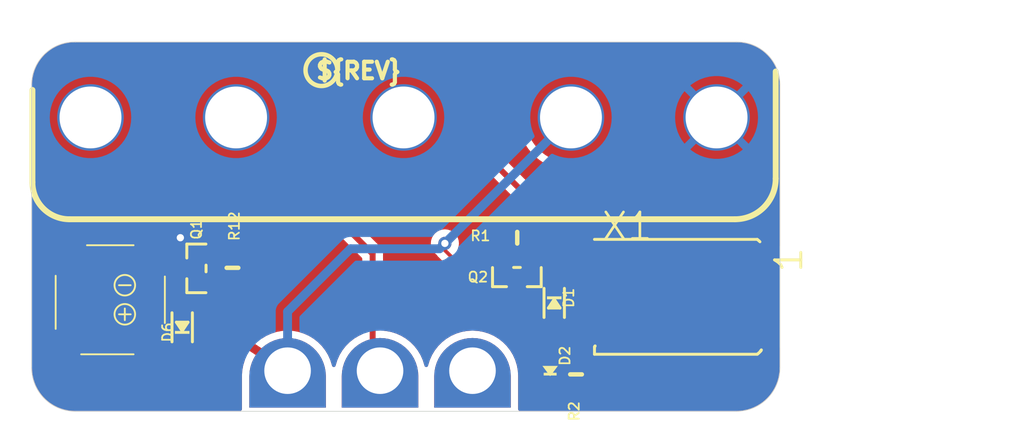
<source format=kicad_pcb>
(kicad_pcb (version 20221018) (generator pcbnew)
  (layers (0 "F.Cu" signal) (31 "B.Cu" signal) (34 "B.Paste" user) (35 "F.Paste" user) (36 "B.SilkS" user "B.Silkscreen") (37 "F.SilkS" user "F.Silkscreen") (38 "B.Mask" user) (39 "F.Mask" user) (44 "Edge.Cuts" user))
  (net 0 "")
  (net 1 "GND")
  (net 2 "3.3V")
  (net 3 "P1")
  (net 4 "P2")
  (net 5 "N$4")
  (net 6 "P0")
  (net 7 "N$1")
  (net 8 "N$2")
  (footprint "working:0603-NO" (layer "F.Cu") (at 156.1545 105.765771 180)
    (fp_text reference "R1" (at 1.778 0.127) (layer "F.SilkS") (effects (font (size 0.692831 0.692831) (thickness 0.119969)) (justify right)))
    (fp_text value "10K")
    (fp_line (start 0 -0.4) (end 0 0.4) (stroke (width 0.3048)) (layer "F.SilkS"))
    (pad "1" smd rect (at -0.85 0 180) (size 1.075 1) (layers "F.Cu" "F.Paste" "F.Mask") (net 4 "P2"))
    (pad "2" smd rect (at 0.85 0 180) (size 1.075 1) (layers "F.Cu" "F.Paste" "F.Mask") (net 1 "GND"))
  )
  (footprint "working:CHIPLED_0805_NOOUTLINE" (layer "F.Cu") (at 158.4151 114.909771 180)
    (fp_text reference "D2" (at -1.016 1.778 90) (layer "F.SilkS") (effects (font (size 0.692831 0.692831) (thickness 0.119969)) (justify right)))
    (fp_text value "red")
    (fp_poly (pts (xy 0.5334 0.3302) (xy -0.5334 0.3302) (xy 0 -0.381)) (fill solid) (layer "F.SilkS"))
    (fp_poly (pts (xy -0.4445 -0.1405) (xy 0.4445 -0.1405) (xy 0.4445 -0.331) (xy -0.4445 -0.331)) (fill solid) (layer "F.SilkS"))
    (pad "A" smd rect (at 0 1.05 180) (size 1.2 1.2) (layers "F.Cu" "F.Paste" "F.Mask") (net 2 "3.3V"))
    (pad "C" smd rect (at 0 -1.05 180) (size 1.2 1.2) (layers "F.Cu" "F.Paste" "F.Mask") (net 8 "N$2"))
  )
  (footprint "working:FIDUCIAL_1MM" (layer "F.Cu") (at 131.4911 94.081771)
    (fp_text reference "FID1" hide)
    (fp_text value "FIDUCIAL_1MM" hide)
    (pad "1" smd roundrect (at 0 0) (size 1 1) (layers "F.Cu" "F.Mask") (roundrect_rratio 0.5))
  )
  (footprint "working:MICROBIT_5SMTNUT" (layer "F.Cu") (at 148.344 104.495771)
    (fp_text reference "MB2" hide)
    (fp_text value "MICROBIT_5PIN" hide)
    (fp_circle (center -21.5 -7) (end -18.8838 -7) (stroke (width 1.016)) (fill none) (layer "F.Cu"))
    (fp_circle (center -11.5 -7) (end -8.8838 -7) (stroke (width 1.016)) (fill none) (layer "F.Cu"))
    (fp_circle (center 0 -7) (end 2.6162 -7) (stroke (width 1.016)) (fill none) (layer "F.Cu"))
    (fp_circle (center 11.5 -7) (end 14.1162 -7) (stroke (width 1.016)) (fill none) (layer "F.Cu"))
    (fp_circle (center 21.5 -7) (end 24.1162 -7) (stroke (width 1.016)) (fill none) (layer "F.Cu"))
    (pad "3V" thru_hole circle (at 11.5 -7) (size 4.572 4.572) (drill 4.25) (layers "*.Cu" "*.Mask") (net 2 "3.3V"))
    (pad "GND" thru_hole circle (at 21.5 -7) (size 4.572 4.572) (drill 4.25) (layers "*.Cu" "*.Mask") (net 1 "GND"))
    (pad "P0" thru_hole circle (at -21.5 -7) (size 4.572 4.572) (drill 4.25) (layers "*.Cu" "*.Mask") (net 6 "P0"))
    (pad "P1" thru_hole circle (at -11.5 -7) (size 4.572 4.572) (drill 4.25) (layers "*.Cu" "*.Mask") (net 3 "P1"))
    (pad "P2" thru_hole circle (at 0 -7) (size 4.572 4.572) (drill 4.25) (layers "*.Cu" "*.Mask") (net 4 "P2"))
  )
  (footprint "working:0603-NO" (layer "F.Cu") (at 136.5965 107.835871 90)
    (fp_text reference "R12" (at 1.778 0.127 90) (layer "F.SilkS") (effects (font (size 0.692831 0.692831) (thickness 0.119969)) (justify left)))
    (fp_text value "10K")
    (fp_line (start 0 -0.4) (end 0 0.4) (stroke (width 0.3048)) (layer "F.SilkS"))
    (pad "1" smd rect (at -0.85 0 90) (size 1.075 1) (layers "F.Cu" "F.Paste" "F.Mask") (net 6 "P0"))
    (pad "2" smd rect (at 0.85 0 90) (size 1.075 1) (layers "F.Cu" "F.Paste" "F.Mask") (net 1 "GND"))
  )
  (footprint "working:PCB_ALLI" (layer "F.Cu") (at 146.7311 114.401771 180)
    (fp_text reference "TP2" hide)
    (fp_text value "SEWTAPPCB_ALLIGATOR" hide)
    (fp_poly (pts (xy 2.6289 -0.886314) (xy 2.609894 -0.572102) (xy 2.552666 -0.259824) (xy 2.458216 0.043278) (xy 2.327919 0.332786) (xy 2.163676 0.604477) (xy 1.967881 0.854391) (xy 1.743391 1.078881) (xy 1.493477 1.274676) (xy 1.221786 1.438919) (xy 0.932278 1.569216) (xy 0.629176 1.663666) (xy 0.316898 1.720894) (xy 0 1.740062) (xy -0.316898 1.720894) (xy -0.629176 1.663666) (xy -0.932278 1.569216) (xy -1.221786 1.438919) (xy -1.493477 1.274676) (xy -1.743391 1.078881) (xy -1.967881 0.854391) (xy -2.163676 0.604477) (xy -2.327919 0.332786) (xy -2.458216 0.043278) (xy -2.552666 -0.259824) (xy -2.609894 -0.572102) (xy -2.6289 -0.886314) (xy -2.6289 -3.0479) (xy 2.6289 -3.0479)) (fill solid) (layer "F.Cu"))
    (fp_poly (pts (xy 2.6289 -0.886314) (xy 2.609894 -0.572102) (xy 2.552666 -0.259824) (xy 2.458216 0.043278) (xy 2.327919 0.332786) (xy 2.163676 0.604477) (xy 1.967881 0.854391) (xy 1.743391 1.078881) (xy 1.493477 1.274676) (xy 1.221786 1.438919) (xy 0.932278 1.569216) (xy 0.629176 1.663666) (xy 0.316898 1.720894) (xy 0 1.740062) (xy -0.316898 1.720894) (xy -0.629176 1.663666) (xy -0.932278 1.569216) (xy -1.221786 1.438919) (xy -1.493477 1.274676) (xy -1.743391 1.078881) (xy -1.967881 0.854391) (xy -2.163676 0.604477) (xy -2.327919 0.332786) (xy -2.458216 0.043278) (xy -2.552666 -0.259824) (xy -2.609894 -0.572102) (xy -2.6289 -0.886314) (xy -2.6289 -3.0479) (xy 2.6289 -3.0479)) (fill solid) (layer "B.Cu"))
    (pad "P$1" thru_hole circle (at 0 -0.508 180) (size 4.216 4.216) (drill 3.2) (layers "*.Cu" "*.Mask") (net 3 "P1"))
  )
  (footprint "working:SOT23-WIDE" (layer "F.Cu") (at 156.1291 108.470871 180)
    (fp_text reference "Q2" (at 1.905 0) (layer "F.SilkS") (effects (font (size 0.692831 0.692831) (thickness 0.119969)) (justify right)))
    (fp_text value "BSS138")
    (fp_line (start -1.6724 -0.6604) (end -0.7136 -0.6604) (stroke (width 0.2032)) (layer "F.SilkS"))
    (fp_line (start -1.6724 0.6524) (end -1.6724 -0.6604) (stroke (width 0.2032)) (layer "F.SilkS"))
    (fp_line (start 0.2224 0.6604) (end -0.2364 0.6604) (stroke (width 0.2032)) (layer "F.SilkS"))
    (fp_line (start 0.7136 -0.6604) (end 1.6724 -0.6604) (stroke (width 0.2032)) (layer "F.SilkS"))
    (fp_line (start 1.6724 -0.6604) (end 1.6724 0.6524) (stroke (width 0.2032)) (layer "F.SilkS"))
    (pad "1" smd rect (at -0.95 1 180) (size 1 1.2) (layers "F.Cu" "F.Paste" "F.Mask") (net 4 "P2"))
    (pad "2" smd rect (at 0.95 1 180) (size 1 1.2) (layers "F.Cu" "F.Paste" "F.Mask") (net 1 "GND"))
    (pad "3" smd rect (at 0 -1 180) (size 1 1.2) (layers "F.Cu" "F.Paste" "F.Mask") (net 7 "N$1"))
  )
  (footprint "working:BONSAI_TOP" (layer "F.Cu") (at 122.6011 117.703771)
    (fp_text reference "U$5" hide)
    (fp_text value "" hide)
  )
  (footprint "working:SOT23-WIDE" (layer "F.Cu") (at 134.12 107.873971 90)
    (fp_text reference "Q1" (at 1.905 0 90) (layer "F.SilkS") (effects (font (size 0.692831 0.692831) (thickness 0.119969)) (justify left)))
    (fp_text value "BSS138")
    (fp_line (start -1.6724 -0.6604) (end -0.7136 -0.6604) (stroke (width 0.2032)) (layer "F.SilkS"))
    (fp_line (start -1.6724 0.6524) (end -1.6724 -0.6604) (stroke (width 0.2032)) (layer "F.SilkS"))
    (fp_line (start 0.2224 0.6604) (end -0.2364 0.6604) (stroke (width 0.2032)) (layer "F.SilkS"))
    (fp_line (start 0.7136 -0.6604) (end 1.6724 -0.6604) (stroke (width 0.2032)) (layer "F.SilkS"))
    (fp_line (start 1.6724 -0.6604) (end 1.6724 0.6524) (stroke (width 0.2032)) (layer "F.SilkS"))
    (pad "1" smd rect (at -0.95 1 90) (size 1 1.2) (layers "F.Cu" "F.Paste" "F.Mask") (net 6 "P0"))
    (pad "2" smd rect (at 0.95 1 90) (size 1 1.2) (layers "F.Cu" "F.Paste" "F.Mask") (net 1 "GND"))
    (pad "3" smd rect (at 0 -1 90) (size 1 1.2) (layers "F.Cu" "F.Paste" "F.Mask") (net 5 "N$4"))
  )
  (footprint "working:0603-NO" (layer "F.Cu") (at 160.1931 115.163771 -90)
    (fp_text reference "R2" (at 1.778 0.127 90) (layer "F.SilkS") (effects (font (size 0.692831 0.692831) (thickness 0.119969)) (justify right)))
    (fp_text value "1K")
    (fp_line (start 0 -0.4) (end 0 0.4) (stroke (width 0.3048)) (layer "F.SilkS"))
    (pad "1" smd rect (at -0.85 0 270) (size 1.075 1) (layers "F.Cu" "F.Paste" "F.Mask") (net 7 "N$1"))
    (pad "2" smd rect (at 0.85 0 270) (size 1.075 1) (layers "F.Cu" "F.Paste" "F.Mask") (net 8 "N$2"))
  )
  (footprint "working:SOD-323" (layer "F.Cu") (at 133.1421 111.925271 90)
    (fp_text reference "D6" (at -1.1 -1 90) (layer "F.SilkS") (effects (font (size 0.692831 0.692831) (thickness 0.119969)) (justify left)))
    (fp_text value "1N4148")
    (fp_line (start -1 -0.7) (end 1 -0.7) (stroke (width 0.2032)) (layer "F.SilkS"))
    (fp_line (start -0.25 0) (end 0.35 -0.4) (stroke (width 0.2032)) (layer "F.SilkS"))
    (fp_line (start 0.35 -0.4) (end 0.35 0.4) (stroke (width 0.2032)) (layer "F.SilkS"))
    (fp_line (start 0.35 0.4) (end -0.25 0) (stroke (width 0.2032)) (layer "F.SilkS"))
    (fp_line (start 1 0.7) (end -1 0.7) (stroke (width 0.2032)) (layer "F.SilkS"))
    (fp_poly (pts (xy 0.3016 0.389841) (xy -0.283162 0) (xy 0.3016 -0.389841)) (fill solid) (layer "F.SilkS"))
    (fp_poly (pts (xy -0.45 0.5) (xy -0.25 0.5) (xy -0.25 -0.5) (xy -0.45 -0.5)) (fill solid) (layer "F.SilkS"))
    (pad "A" smd rect (at 1.27 0 90) (size 1.35 0.8) (layers "F.Cu" "F.Paste" "F.Mask") (net 5 "N$4"))
    (pad "C" smd rect (at -1.27 0 90) (size 1.35 0.8) (layers "F.Cu" "F.Paste" "F.Mask") (net 2 "3.3V"))
  )
  (footprint "working:SOD-323" (layer "F.Cu") (at 158.6945 110.248871 -90)
    (fp_text reference "D1" (at -1.1 -1 90) (layer "F.SilkS") (effects (font (size 0.692831 0.692831) (thickness 0.119969)) (justify right)))
    (fp_text value "1N4148")
    (fp_line (start -1 -0.7) (end 1 -0.7) (stroke (width 0.2032)) (layer "F.SilkS"))
    (fp_line (start -0.25 0) (end 0.35 -0.4) (stroke (width 0.2032)) (layer "F.SilkS"))
    (fp_line (start 0.35 -0.4) (end 0.35 0.4) (stroke (width 0.2032)) (layer "F.SilkS"))
    (fp_line (start 0.35 0.4) (end -0.25 0) (stroke (width 0.2032)) (layer "F.SilkS"))
    (fp_line (start 1 0.7) (end -1 0.7) (stroke (width 0.2032)) (layer "F.SilkS"))
    (fp_poly (pts (xy 0.3016 0.389841) (xy -0.283162 0) (xy 0.3016 -0.389841)) (fill solid) (layer "F.SilkS"))
    (fp_poly (pts (xy -0.45 0.5) (xy -0.25 0.5) (xy -0.25 -0.5) (xy -0.45 -0.5)) (fill solid) (layer "F.SilkS"))
    (pad "A" smd rect (at 1.27 0 270) (size 1.35 0.8) (layers "F.Cu" "F.Paste" "F.Mask") (net 7 "N$1"))
    (pad "C" smd rect (at -1.27 0 270) (size 1.35 0.8) (layers "F.Cu" "F.Paste" "F.Mask") (net 2 "3.3V"))
  )
  (footprint "working:PCB_ALLI" (layer "F.Cu") (at 153.0811 114.401771 180)
    (fp_text reference "TP3" hide)
    (fp_text value "SEWTAPPCB_ALLIGATOR" hide)
    (fp_poly (pts (xy 2.6289 -0.886314) (xy 2.609894 -0.572102) (xy 2.552666 -0.259824) (xy 2.458216 0.043278) (xy 2.327919 0.332786) (xy 2.163676 0.604477) (xy 1.967881 0.854391) (xy 1.743391 1.078881) (xy 1.493477 1.274676) (xy 1.221786 1.438919) (xy 0.932278 1.569216) (xy 0.629176 1.663666) (xy 0.316898 1.720894) (xy 0 1.740062) (xy -0.316898 1.720894) (xy -0.629176 1.663666) (xy -0.932278 1.569216) (xy -1.221786 1.438919) (xy -1.493477 1.274676) (xy -1.743391 1.078881) (xy -1.967881 0.854391) (xy -2.163676 0.604477) (xy -2.327919 0.332786) (xy -2.458216 0.043278) (xy -2.552666 -0.259824) (xy -2.609894 -0.572102) (xy -2.6289 -0.886314) (xy -2.6289 -3.0479) (xy 2.6289 -3.0479)) (fill solid) (layer "F.Cu"))
    (fp_poly (pts (xy 2.6289 -0.886314) (xy 2.609894 -0.572102) (xy 2.552666 -0.259824) (xy 2.458216 0.043278) (xy 2.327919 0.332786) (xy 2.163676 0.604477) (xy 1.967881 0.854391) (xy 1.743391 1.078881) (xy 1.493477 1.274676) (xy 1.221786 1.438919) (xy 0.932278 1.569216) (xy 0.629176 1.663666) (xy 0.316898 1.720894) (xy 0 1.740062) (xy -0.316898 1.720894) (xy -0.629176 1.663666) (xy -0.932278 1.569216) (xy -1.221786 1.438919) (xy -1.493477 1.274676) (xy -1.743391 1.078881) (xy -1.967881 0.854391) (xy -2.163676 0.604477) (xy -2.327919 0.332786) (xy -2.458216 0.043278) (xy -2.552666 -0.259824) (xy -2.609894 -0.572102) (xy -2.6289 -0.886314) (xy -2.6289 -3.0479) (xy 2.6289 -3.0479)) (fill solid) (layer "B.Cu"))
    (pad "P$1" thru_hole circle (at 0 -0.508 180) (size 4.216 4.216) (drill 3.2) (layers "*.Cu" "*.Mask") (net 1 "GND"))
  )
  (footprint "working:BUZZER_SMT_7.5MM" (layer "F.Cu") (at 128.2018 110.032971)
    (fp_text reference "SP1" hide)
    (fp_text value "SPEAKER_7.5MM" hide)
    (fp_line (start -3.75 -1.65) (end -3.75 2) (stroke (width 0.127)) (layer "F.SilkS"))
    (fp_line (start -2 3.75) (end 1.6 3.75) (stroke (width 0.127)) (layer "F.SilkS"))
    (fp_line (start -1.6 -3.75) (end 1.6 -3.75) (stroke (width 0.127)) (layer "F.SilkS"))
    (fp_line (start 0.6 -1) (end 1.4 -1) (stroke (width 0.127)) (layer "F.SilkS"))
    (fp_line (start 0.6 1) (end 1.4 1) (stroke (width 0.127)) (layer "F.SilkS"))
    (fp_line (start 1 0.6) (end 1 1.4) (stroke (width 0.127)) (layer "F.SilkS"))
    (fp_line (start 3.75 1.6) (end 3.75 -1.6) (stroke (width 0.127)) (layer "F.SilkS"))
    (fp_circle (center 1 -1) (end 1.707106 -1) (stroke (width 0.127)) (fill none) (layer "F.SilkS"))
    (fp_circle (center 1 1) (end 1.707106 1) (stroke (width 0.127)) (fill none) (layer "F.SilkS"))
    (pad "+" smd rect (at 2.8 2.8) (size 2 2) (layers "F.Cu" "F.Paste" "F.Mask") (net 2 "3.3V"))
    (pad "-" smd rect (at 2.8 -2.8) (size 2 2) (layers "F.Cu" "F.Paste" "F.Mask") (net 5 "N$4"))
    (pad "MT" smd rect (at -3 3 135) (size 2 1) (layers "F.Cu" "F.Paste" "F.Mask"))
    (pad "MT2" smd rect (at -2.8 -2.8) (size 2 2) (layers "F.Cu" "F.Paste" "F.Mask"))
  )
  (footprint "working:PCBFEAT-REV-056" (layer "F.Cu") (at 142.7054 94.241171)
    (fp_text reference "U$10" hide)
    (fp_text value "" hide)
    (fp_text user "${REV}" (at -0.5055 0.7145) (layer "F.SilkS") (effects (font (size 1.13792 1.13792) (thickness 0.28448)) (justify left bottom)))
    (fp_circle (center 0 0) (end 1.0924 0) (stroke (width 0.3048)) (fill none) (layer "F.SilkS"))
  )
  (footprint "working:P-2060-402_998-404" (layer "F.Cu") (at 166.0351 109.829771)
    (fp_text reference "X1" (at -4.175 -4.85) (layer "F.SilkS") (effects (font (size 1.82 1.82) (thickness 0.18)) (justify left)))
    (fp_text value "2060-402/998-404")
    (fp_text user "1" (at 9.825 -1.55 90) (layer "F.SilkS") (effects (font (size 1.8 1.8) (thickness 0.2)) (justify left bottom)))
    (fp_line (start -4.575 3.5) (end -4.575 3.95) (stroke (width 0.2)) (layer "F.SilkS"))
    (fp_line (start -4.575 3.5) (end -4.5749 3.4926) (stroke (width 0.2)) (layer "F.SilkS"))
    (fp_line (start -4.575 3.95) (end 6.6004 3.95) (stroke (width 0.2)) (layer "F.SilkS"))
    (fp_line (start -4.5749 3.4926) (end -4.5737 3.4776) (stroke (width 0.2)) (layer "F.SilkS"))
    (fp_line (start -4.5737 3.4776) (end -4.5714 3.4624) (stroke (width 0.2)) (layer "F.SilkS"))
    (fp_line (start -4.5714 3.4624) (end -4.5698 3.4548) (stroke (width 0.2)) (layer "F.SilkS"))
    (fp_line (start -4.5698 3.4548) (end -4.5679 3.4472) (stroke (width 0.2)) (layer "F.SilkS"))
    (fp_line (start -4.5679 3.4472) (end -4.5631 3.4321) (stroke (width 0.2)) (layer "F.SilkS"))
    (fp_line (start -4.5631 3.4321) (end -4.557 3.4172) (stroke (width 0.2)) (layer "F.SilkS"))
    (fp_line (start -4.557 3.4172) (end -4.5496 3.4025) (stroke (width 0.2)) (layer "F.SilkS"))
    (fp_line (start -4.5496 3.4025) (end -4.5409 3.3884) (stroke (width 0.2)) (layer "F.SilkS"))
    (fp_line (start -4.5409 3.3884) (end -4.5309 3.3748) (stroke (width 0.2)) (layer "F.SilkS"))
    (fp_line (start 6.6004 -3.95) (end -4.575 -3.95) (stroke (width 0.2)) (layer "F.SilkS"))
    (fp_line (start 6.6004 -3.95) (end 6.6393 -3.9212) (stroke (width 0.2)) (layer "F.SilkS"))
    (fp_line (start 6.6393 -3.9212) (end 6.7154 -3.8571) (stroke (width 0.2)) (layer "F.SilkS"))
    (fp_line (start 6.6393 3.9212) (end 6.6004 3.95) (stroke (width 0.2)) (layer "F.SilkS"))
    (fp_line (start 6.7154 -3.8571) (end 6.7889 -3.7842) (stroke (width 0.2)) (layer "F.SilkS"))
    (fp_line (start 6.7154 3.8571) (end 6.6393 3.9212) (stroke (width 0.2)) (layer "F.SilkS"))
    (fp_line (start 6.7889 3.7842) (end 6.7154 3.8571) (stroke (width 0.2)) (layer "F.SilkS"))
    (fp_line (start 6.8245 3.7447) (end 6.7889 3.7842) (stroke (width 0.2)) (layer "F.SilkS"))
    (fp_line (start 6.8305 3.7377) (end 6.8245 3.7447) (stroke (width 0.2)) (layer "F.SilkS"))
    (fp_line (start 6.8416 3.7236) (end 6.8305 3.7377) (stroke (width 0.2)) (layer "F.SilkS"))
    (fp_line (start 6.8516 3.7094) (end 6.8416 3.7236) (stroke (width 0.2)) (layer "F.SilkS"))
    (fp_line (start 6.8564 3.7022) (end 6.8516 3.7094) (stroke (width 0.2)) (layer "F.SilkS"))
    (fp_line (start 6.861 3.6948) (end 6.8564 3.7022) (stroke (width 0.2)) (layer "F.SilkS"))
    (fp_line (start 6.8699 3.6796) (end 6.861 3.6948) (stroke (width 0.2)) (layer "F.SilkS"))
    (fp_line (start 6.8781 3.6638) (end 6.8699 3.6796) (stroke (width 0.2)) (layer "F.SilkS"))
    (fp_line (start 6.8856 3.6474) (end 6.8781 3.6638) (stroke (width 0.2)) (layer "F.SilkS"))
    (pad "L1.1" smd rect (at 4.625 -2) (size 6 2) (layers "F.Cu" "F.Paste" "F.Mask") (net 2 "3.3V"))
    (pad "L1.2" smd rect (at -4.625 -2) (size 3.5 2) (layers "F.Cu" "F.Paste" "F.Mask") (net 2 "3.3V"))
    (pad "L2.1" smd rect (at 4.625 2) (size 6 2) (layers "F.Cu" "F.Paste" "F.Mask") (net 7 "N$1"))
    (pad "L2.2" smd rect (at -4.625 2) (size 3.5 2) (layers "F.Cu" "F.Paste" "F.Mask") (net 7 "N$1"))
  )
  (footprint "working:PCB_ALLI" (layer "F.Cu") (at 140.3811 114.401771 180)
    (fp_text reference "TP1" hide)
    (fp_text value "SEWTAPPCB_ALLIGATOR" hide)
    (fp_poly (pts (xy 2.6289 -0.886314) (xy 2.609894 -0.572102) (xy 2.552666 -0.259824) (xy 2.458216 0.043278) (xy 2.327919 0.332786) (xy 2.163676 0.604477) (xy 1.967881 0.854391) (xy 1.743391 1.078881) (xy 1.493477 1.274676) (xy 1.221786 1.438919) (xy 0.932278 1.569216) (xy 0.629176 1.663666) (xy 0.316898 1.720894) (xy 0 1.740062) (xy -0.316898 1.720894) (xy -0.629176 1.663666) (xy -0.932278 1.569216) (xy -1.221786 1.438919) (xy -1.493477 1.274676) (xy -1.743391 1.078881) (xy -1.967881 0.854391) (xy -2.163676 0.604477) (xy -2.327919 0.332786) (xy -2.458216 0.043278) (xy -2.552666 -0.259824) (xy -2.609894 -0.572102) (xy -2.6289 -0.886314) (xy -2.6289 -3.0479) (xy 2.6289 -3.0479)) (fill solid) (layer "F.Cu"))
    (fp_poly (pts (xy 2.6289 -0.886314) (xy 2.609894 -0.572102) (xy 2.552666 -0.259824) (xy 2.458216 0.043278) (xy 2.327919 0.332786) (xy 2.163676 0.604477) (xy 1.967881 0.854391) (xy 1.743391 1.078881) (xy 1.493477 1.274676) (xy 1.221786 1.438919) (xy 0.932278 1.569216) (xy 0.629176 1.663666) (xy 0.316898 1.720894) (xy 0 1.740062) (xy -0.316898 1.720894) (xy -0.629176 1.663666) (xy -0.932278 1.569216) (xy -1.221786 1.438919) (xy -1.493477 1.274676) (xy -1.743391 1.078881) (xy -1.967881 0.854391) (xy -2.163676 0.604477) (xy -2.327919 0.332786) (xy -2.458216 0.043278) (xy -2.552666 -0.259824) (xy -2.609894 -0.572102) (xy -2.6289 -0.886314) (xy -2.6289 -3.0479) (xy 2.6289 -3.0479)) (fill solid) (layer "B.Cu"))
    (pad "P$1" thru_hole circle (at 0 -0.508 180) (size 4.216 4.216) (drill 3.2) (layers "*.Cu" "*.Mask") (net 2 "3.3V"))
  )
  (footprint "working:FIDUCIAL_1MM" (layer "F.Cu") (at 165.2731 102.209771)
    (fp_text reference "FID2" hide)
    (fp_text value "FIDUCIAL_1MM" hide)
    (pad "1" smd roundrect (at 0 0) (size 1 1) (layers "F.Cu" "F.Mask") (roundrect_rratio 0.5))
  )
  (footprint "working:BONSAI_BOT" (layer "B.Cu") (at 174.1631 117.703771 180)
    (fp_text reference "U$4" hide)
    (fp_text value "" hide)
  )
  (gr_line (start 125.3951 104.495771) (end 171.1151 104.495771) (stroke (width 0.4064)) (layer "F.SilkS"))
  (gr_arc (start 173.9091 101.701771) (mid 173.090756 103.677427) (end 171.1151 104.495771) (stroke (width 0.4064)) (layer "F.SilkS"))
  (gr_line (start 122.8551 95.605771) (end 122.8551 101.955771) (stroke (width 0.4064)) (layer "F.SilkS"))
  (gr_line (start 173.9091 101.701771) (end 173.9091 94.335771) (stroke (width 0.4064)) (layer "F.SilkS"))
  (gr_arc (start 125.3951 104.495771) (mid 123.599049 103.751822) (end 122.8551 101.955771) (stroke (width 0.4064)) (layer "F.SilkS"))
  (gr_arc (start 122.8011 95.213771) (mid 123.698419 93.137451) (end 125.8011 92.303771) (stroke (width 0.05)) (layer "Edge.Cuts"))
  (gr_arc (start 174.2011 114.703771) (mid 173.32242 116.825091) (end 171.2011 117.703771) (stroke (width 0.05)) (layer "Edge.Cuts"))
  (gr_line (start 171.2011 92.303771) (end 125.8011 92.303771) (stroke (width 0.05)) (layer "Edge.Cuts"))
  (gr_arc (start 171.2011 92.303771) (mid 173.303781 93.137451) (end 174.2011 95.213771) (stroke (width 0.05)) (layer "Edge.Cuts"))
  (gr_arc (start 125.8011 117.703771) (mid 123.67978 116.825091) (end 122.8011 114.703771) (stroke (width 0.05)) (layer "Edge.Cuts"))
  (gr_line (start 174.2011 114.703771) (end 174.2011 95.213771) (stroke (width 0.05)) (layer "Edge.Cuts"))
  (gr_line (start 125.8011 117.703771) (end 171.2011 117.703771) (stroke (width 0.05)) (layer "Edge.Cuts"))
  (gr_line (start 122.8011 95.213771) (end 122.8011 114.703771) (stroke (width 0.05)) (layer "Edge.Cuts"))
  (via (at 133.0151 105.765771) (size 0.9064) (drill 0.5) (layers "F.Cu" "B.Cu") (net 1))
  (segment (start 158.6945 108.978871) (end 159.8436 107.829771) (width 0.6096) (layer "F.Cu") (net 2))
  (segment (start 151.18455 106.629221) (end 151.18455 106.155221) (width 0.254) (layer "F.Cu") (net 2))
  (segment (start 131.0018 112.832971) (end 132.7798 112.832971) (width 0.6096) (layer "F.Cu") (net 2))
  (segment (start 159.8436 107.829771) (end 161.4101 107.829771) (width 0.6096) (layer "F.Cu") (net 2))
  (segment (start 159.844 97.495771) (end 159.844 106.263671) (width 0.6096) (layer "F.Cu") (net 2))
  (segment (start 133.1421 113.195271) (end 137.781696 113.195271) (width 0.6096) (layer "F.Cu") (net 2))
  (segment (start 137.781696 113.195271) (end 140.3811 114.909771) (width 0.6096) (layer "F.Cu") (net 2))
  (segment (start 159.844 106.263671) (end 161.4101 107.829771) (width 0.6096) (layer "F.Cu") (net 2))
  (segment (start 132.7798 112.832971) (end 133.1421 113.195271) (width 0.6096) (layer "F.Cu") (net 2))
  (segment (start 158.4151 113.859771) (end 151.18455 106.629221) (width 0.254) (layer "F.Cu") (net 2))
  (segment (start 170.6601 107.829771) (end 161.4101 107.829771) (width 0.6096) (layer "F.Cu") (net 2))
  (via (at 151.18455 106.155221) (size 0.9064) (drill 0.5) (layers "F.Cu" "B.Cu") (net 2))
  (segment (start 150.812 106.527771) (end 144.6991 106.527771) (width 0.6096) (layer "B.Cu") (net 2))
  (segment (start 159.844 97.495771) (end 151.18455 106.155221) (width 0.6096) (layer "B.Cu") (net 2))
  (segment (start 140.3811 110.845771) (end 140.3811 114.909771) (width 0.6096) (layer "B.Cu") (net 2))
  (segment (start 144.6991 106.527771) (end 140.3811 110.845771) (width 0.6096) (layer "B.Cu") (net 2))
  (segment (start 151.18455 106.155221) (end 150.812 106.527771) (width 0.6096) (layer "B.Cu") (net 2))
  (segment (start 136.844 97.495771) (end 146.2231 106.874871) (width 0.4064) (layer "F.Cu") (net 3))
  (segment (start 146.2231 115.417771) (end 146.7311 114.909771) (width 0.4064) (layer "F.Cu") (net 3))
  (segment (start 146.2231 106.874871) (end 146.2231 115.417771) (width 0.4064) (layer "F.Cu") (net 3))
  (segment (start 157.0791 105.857171) (end 157.0045 105.765771) (width 0.4064) (layer "F.Cu") (net 4))
  (segment (start 157.0791 107.470871) (end 157.0791 105.857171) (width 0.4064) (layer "F.Cu") (net 4))
  (segment (start 151.4151 97.495771) (end 157.0045 103.085171) (width 0.4064) (layer "F.Cu") (net 4))
  (segment (start 148.344 97.495771) (end 151.4151 97.495771) (width 0.4064) (layer "F.Cu") (net 4))
  (segment (start 157.0045 103.085171) (end 157.0045 105.765771) (width 0.4064) (layer "F.Cu") (net 4))
  (segment (start 133.1421 110.655271) (end 133.12 110.633171) (width 0.6096) (layer "F.Cu") (net 5))
  (segment (start 131.6428 107.873971) (end 131.0018 107.232971) (width 0.6096) (layer "F.Cu") (net 5))
  (segment (start 133.12 107.873971) (end 131.6428 107.873971) (width 0.6096) (layer "F.Cu") (net 5))
  (segment (start 133.12 110.633171) (end 133.12 107.873971) (width 0.6096) (layer "F.Cu") (net 5))
  (segment (start 137.5871 104.495771) (end 138.6031 105.511771) (width 0.4064) (layer "F.Cu") (net 6))
  (segment (start 135.12 108.823971) (end 136.4584 108.823971) (width 0.4064) (layer "F.Cu") (net 6))
  (segment (start 126.844 97.495771) (end 133.844 104.495771) (width 0.4064) (layer "F.Cu") (net 6))
  (segment (start 136.4584 108.823971) (end 136.5965 108.685871) (width 0.4064) (layer "F.Cu") (net 6))
  (segment (start 138.6031 108.051771) (end 138.6031 105.511771) (width 0.4064) (layer "F.Cu") (net 6))
  (segment (start 137.969 108.685871) (end 138.6031 108.051771) (width 0.4064) (layer "F.Cu") (net 6))
  (segment (start 136.5965 108.685871) (end 137.969 108.685871) (width 0.4064) (layer "F.Cu") (net 6))
  (segment (start 133.844 104.495771) (end 137.5871 104.495771) (width 0.4064) (layer "F.Cu") (net 6))
  (segment (start 158.6945 111.518871) (end 158.1771 111.518871) (width 0.6096) (layer "F.Cu") (net 7))
  (segment (start 160.4471 111.829771) (end 159.0054 111.829771) (width 0.6096) (layer "F.Cu") (net 7))
  (segment (start 161.4101 111.829771) (end 160.4471 111.829771) (width 0.6096) (layer "F.Cu") (net 7))
  (segment (start 160.1931 114.313771) (end 160.1931 112.083771) (width 0.254) (layer "F.Cu") (net 7))
  (segment (start 159.0054 111.829771) (end 158.6945 111.518871) (width 0.6096) (layer "F.Cu") (net 7))
  (segment (start 158.1771 111.518871) (end 156.1291 109.470871) (width 0.6096) (layer "F.Cu") (net 7))
  (segment (start 160.1931 112.083771) (end 160.4471 111.829771) (width 0.254) (layer "F.Cu") (net 7))
  (segment (start 170.6601 111.829771) (end 161.4101 111.829771) (width 0.6096) (layer "F.Cu") (net 7))
  (segment (start 158.4691 116.013771) (end 158.4151 115.959771) (width 0.254) (layer "F.Cu") (net 8))
  (segment (start 160.1931 116.013771) (end 158.4691 116.013771) (width 0.254) (layer "F.Cu") (net 8))
  (zone (net 1) (net_name "GND") (layer "F.Cu") (priority 6) (connect_pads (clearance 0.508)) (min_thickness 0.254) (fill yes (thermal_gap 0.558) (thermal_bridge_width 0.558))
    (polygon (pts (xy 174.4171 117.957771) (xy 122.6011 117.957771) (xy 122.6011 92.049771) (xy 174.4171 92.049771)))
  )
  (zone (net 1) (net_name "GND") (layer "B.Cu") (priority 6) (connect_pads (clearance 0.508)) (min_thickness 0.254) (fill yes (thermal_gap 0.558) (thermal_bridge_width 0.558))
    (polygon (pts (xy 174.4171 117.957771) (xy 122.6011 117.957771) (xy 122.6011 92.049771) (xy 174.4171 92.049771)))
  )
)
</source>
